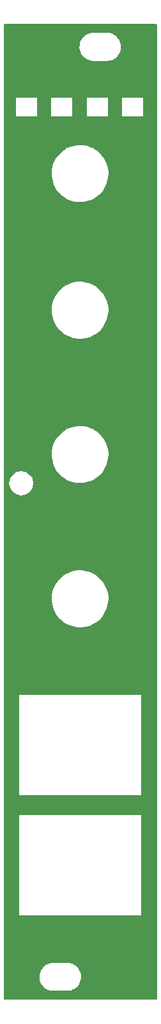
<source format=gbr>
%TF.GenerationSoftware,KiCad,Pcbnew,7.0.7*%
%TF.CreationDate,2023-08-25T17:49:50+01:00*%
%TF.ProjectId,L4O_Panel2,4c344f5f-5061-46e6-956c-322e6b696361,rev?*%
%TF.SameCoordinates,Original*%
%TF.FileFunction,Copper,L1,Top*%
%TF.FilePolarity,Positive*%
%FSLAX46Y46*%
G04 Gerber Fmt 4.6, Leading zero omitted, Abs format (unit mm)*
G04 Created by KiCad (PCBNEW 7.0.7) date 2023-08-25 17:49:50*
%MOMM*%
%LPD*%
G01*
G04 APERTURE LIST*
G04 APERTURE END LIST*
%TA.AperFunction,NonConductor*%
G36*
X69541621Y-34320502D02*
G01*
X69588114Y-34374158D01*
X69599500Y-34426500D01*
X69599500Y-162673500D01*
X69579498Y-162741621D01*
X69525842Y-162788114D01*
X69473500Y-162799500D01*
X49426500Y-162799500D01*
X49358379Y-162779498D01*
X49311886Y-162725842D01*
X49300500Y-162673500D01*
X49300500Y-159867765D01*
X54025788Y-159867765D01*
X54055412Y-160137014D01*
X54123928Y-160399090D01*
X54229869Y-160648389D01*
X54229870Y-160648390D01*
X54370982Y-160879610D01*
X54544255Y-161087820D01*
X54745998Y-161268582D01*
X54971910Y-161418044D01*
X55217176Y-161533020D01*
X55476569Y-161611060D01*
X55476572Y-161611060D01*
X55476574Y-161611061D01*
X55744557Y-161650500D01*
X55744561Y-161650500D01*
X57747633Y-161650500D01*
X57782363Y-161647957D01*
X57950156Y-161635677D01*
X57950160Y-161635676D01*
X57950161Y-161635676D01*
X58060665Y-161611060D01*
X58214553Y-161576780D01*
X58467558Y-161480014D01*
X58703777Y-161347441D01*
X58918177Y-161181888D01*
X59106186Y-160986881D01*
X59263799Y-160766579D01*
X59387656Y-160525675D01*
X59475118Y-160269305D01*
X59524319Y-160002933D01*
X59534212Y-159732235D01*
X59519338Y-159597058D01*
X59504587Y-159462985D01*
X59436071Y-159200909D01*
X59330130Y-158951610D01*
X59330130Y-158951609D01*
X59189018Y-158720390D01*
X59015745Y-158512180D01*
X59015741Y-158512177D01*
X59015740Y-158512175D01*
X58814012Y-158331427D01*
X58814002Y-158331418D01*
X58588090Y-158181956D01*
X58342824Y-158066980D01*
X58185392Y-158019615D01*
X58083425Y-157988938D01*
X57815442Y-157949500D01*
X57815439Y-157949500D01*
X55812369Y-157949500D01*
X55812367Y-157949500D01*
X55609839Y-157964323D01*
X55609838Y-157964323D01*
X55345456Y-158023217D01*
X55345441Y-158023222D01*
X55092441Y-158119986D01*
X54856229Y-158252555D01*
X54856225Y-158252557D01*
X54641818Y-158418116D01*
X54453815Y-158613117D01*
X54453810Y-158613123D01*
X54296203Y-158833417D01*
X54296196Y-158833427D01*
X54172343Y-159074324D01*
X54172342Y-159074327D01*
X54084883Y-159330689D01*
X54084880Y-159330702D01*
X54035681Y-159597058D01*
X54035680Y-159597069D01*
X54025788Y-159867765D01*
X49300500Y-159867765D01*
X49300500Y-151680500D01*
X51334415Y-151680500D01*
X51334458Y-151704998D01*
X51334458Y-151705000D01*
X51334459Y-151705000D01*
X51334500Y-151705099D01*
X51334617Y-151705383D01*
X51335000Y-151705541D01*
X51335002Y-151705539D01*
X51360014Y-151705524D01*
X51360014Y-151705528D01*
X51360158Y-151705500D01*
X67439842Y-151705500D01*
X67439985Y-151705528D01*
X67439986Y-151705524D01*
X67464997Y-151705539D01*
X67465000Y-151705541D01*
X67465383Y-151705383D01*
X67465500Y-151705099D01*
X67465541Y-151705000D01*
X67465540Y-151704998D01*
X67465541Y-151704998D01*
X67465584Y-151680500D01*
X67465500Y-151680072D01*
X67465500Y-138520157D01*
X67465528Y-138520014D01*
X67465524Y-138520014D01*
X67465539Y-138495002D01*
X67465541Y-138495000D01*
X67465383Y-138494617D01*
X67465099Y-138494500D01*
X67465000Y-138494459D01*
X67464999Y-138494459D01*
X67440048Y-138494459D01*
X67439842Y-138494500D01*
X51360158Y-138494500D01*
X51359952Y-138494459D01*
X51335001Y-138494459D01*
X51335000Y-138494459D01*
X51334901Y-138494500D01*
X51334617Y-138494617D01*
X51334459Y-138495000D01*
X51334476Y-138520014D01*
X51334471Y-138520014D01*
X51334500Y-138520157D01*
X51334500Y-151680072D01*
X51334415Y-151680500D01*
X49300500Y-151680500D01*
X49300500Y-135880500D01*
X51334415Y-135880500D01*
X51334458Y-135904998D01*
X51334458Y-135905000D01*
X51334459Y-135905000D01*
X51334500Y-135905099D01*
X51334617Y-135905383D01*
X51335000Y-135905541D01*
X51335002Y-135905539D01*
X51360014Y-135905524D01*
X51360014Y-135905528D01*
X51360158Y-135905500D01*
X67439842Y-135905500D01*
X67439985Y-135905528D01*
X67439986Y-135905524D01*
X67464997Y-135905539D01*
X67465000Y-135905541D01*
X67465383Y-135905383D01*
X67465500Y-135905099D01*
X67465541Y-135905000D01*
X67465540Y-135904998D01*
X67465541Y-135904998D01*
X67465584Y-135880500D01*
X67465500Y-135880072D01*
X67465500Y-122720157D01*
X67465528Y-122720014D01*
X67465524Y-122720014D01*
X67465539Y-122695002D01*
X67465541Y-122695000D01*
X67465383Y-122694617D01*
X67465099Y-122694500D01*
X67465000Y-122694459D01*
X67464999Y-122694459D01*
X67440048Y-122694459D01*
X67439842Y-122694500D01*
X51360158Y-122694500D01*
X51359952Y-122694459D01*
X51335001Y-122694459D01*
X51335000Y-122694459D01*
X51334901Y-122694500D01*
X51334617Y-122694617D01*
X51334459Y-122695000D01*
X51334476Y-122720014D01*
X51334471Y-122720014D01*
X51334500Y-122720157D01*
X51334500Y-135880072D01*
X51334415Y-135880500D01*
X49300500Y-135880500D01*
X49300500Y-109903303D01*
X55645765Y-109903303D01*
X55655721Y-110289827D01*
X55655721Y-110289830D01*
X55705368Y-110673292D01*
X55705368Y-110673293D01*
X55794175Y-111049594D01*
X55794177Y-111049602D01*
X55921210Y-111414794D01*
X56085118Y-111764988D01*
X56284165Y-112096473D01*
X56516241Y-112405734D01*
X56778885Y-112689495D01*
X57069314Y-112944745D01*
X57384449Y-113168781D01*
X57720949Y-113359227D01*
X58075247Y-113514065D01*
X58443588Y-113631652D01*
X58822067Y-113710743D01*
X59062280Y-113735574D01*
X59206670Y-113750500D01*
X59206673Y-113750500D01*
X59496580Y-113750500D01*
X59496589Y-113750500D01*
X59757186Y-113737066D01*
X59786143Y-113735574D01*
X59786149Y-113735573D01*
X59945576Y-113710743D01*
X60168191Y-113676072D01*
X60542097Y-113577602D01*
X60790256Y-113484049D01*
X60903881Y-113441215D01*
X60903885Y-113441212D01*
X60903896Y-113441209D01*
X61249754Y-113268338D01*
X61576004Y-113060822D01*
X61879187Y-112820860D01*
X62156091Y-112550997D01*
X62403779Y-112254092D01*
X62619627Y-111933294D01*
X62801346Y-111592002D01*
X62947009Y-111233834D01*
X63055074Y-110862587D01*
X63124394Y-110482197D01*
X63154234Y-110096696D01*
X63144278Y-109710169D01*
X63094633Y-109326715D01*
X63005823Y-108950398D01*
X62878790Y-108585206D01*
X62714882Y-108235012D01*
X62515835Y-107903527D01*
X62283759Y-107594266D01*
X62021115Y-107310505D01*
X61730686Y-107055255D01*
X61415551Y-106831219D01*
X61079051Y-106640773D01*
X61079048Y-106640772D01*
X61079047Y-106640771D01*
X60920524Y-106571492D01*
X60724753Y-106485935D01*
X60724750Y-106485934D01*
X60724749Y-106485933D01*
X60356417Y-106368349D01*
X59977936Y-106289257D01*
X59593330Y-106249500D01*
X59593327Y-106249500D01*
X59303411Y-106249500D01*
X59217691Y-106253918D01*
X59013856Y-106264425D01*
X59013850Y-106264426D01*
X58631810Y-106323927D01*
X58257906Y-106422396D01*
X58257904Y-106422397D01*
X57896118Y-106558784D01*
X57896098Y-106558793D01*
X57550253Y-106731658D01*
X57550247Y-106731661D01*
X57224006Y-106939170D01*
X57223991Y-106939181D01*
X56920814Y-107179138D01*
X56643909Y-107449003D01*
X56396219Y-107745909D01*
X56180377Y-108066698D01*
X56180365Y-108066720D01*
X55998658Y-108407988D01*
X55998654Y-108407998D01*
X55852992Y-108766163D01*
X55852987Y-108766178D01*
X55744926Y-109137412D01*
X55744926Y-109137413D01*
X55675606Y-109517803D01*
X55675606Y-109517806D01*
X55675604Y-109517821D01*
X55645765Y-109903303D01*
X49300500Y-109903303D01*
X49300500Y-94799999D01*
X50000000Y-94799999D01*
X50143026Y-95391728D01*
X50143026Y-95391729D01*
X50143027Y-95391730D01*
X50468618Y-95931383D01*
X51008934Y-96257659D01*
X51600001Y-96400000D01*
X52233528Y-96257644D01*
X52732200Y-95932199D01*
X53100524Y-95392178D01*
X53200001Y-94800000D01*
X53099442Y-94167143D01*
X52730810Y-93669191D01*
X52726397Y-93665934D01*
X52233225Y-93301963D01*
X52074918Y-93276472D01*
X51600000Y-93200000D01*
X51599998Y-93200000D01*
X51599997Y-93200000D01*
X51008939Y-93301229D01*
X51008938Y-93301230D01*
X50465935Y-93665933D01*
X50465932Y-93665937D01*
X50139507Y-94165682D01*
X50139505Y-94165686D01*
X50000000Y-94799999D01*
X49300500Y-94799999D01*
X49300500Y-90903303D01*
X55645765Y-90903303D01*
X55655721Y-91289827D01*
X55655721Y-91289830D01*
X55705368Y-91673292D01*
X55705368Y-91673293D01*
X55794175Y-92049594D01*
X55794177Y-92049602D01*
X55921210Y-92414794D01*
X56085118Y-92764988D01*
X56284165Y-93096473D01*
X56516241Y-93405734D01*
X56778885Y-93689495D01*
X57069314Y-93944745D01*
X57384449Y-94168781D01*
X57720949Y-94359227D01*
X58075247Y-94514065D01*
X58443588Y-94631652D01*
X58822067Y-94710743D01*
X59062280Y-94735574D01*
X59206670Y-94750500D01*
X59206673Y-94750500D01*
X59496580Y-94750500D01*
X59496589Y-94750500D01*
X59757186Y-94737066D01*
X59786143Y-94735574D01*
X59786149Y-94735573D01*
X59945576Y-94710743D01*
X60168191Y-94676072D01*
X60542097Y-94577602D01*
X60790256Y-94484049D01*
X60903881Y-94441215D01*
X60903885Y-94441212D01*
X60903896Y-94441209D01*
X61249754Y-94268338D01*
X61576004Y-94060822D01*
X61879187Y-93820860D01*
X62156091Y-93550997D01*
X62403779Y-93254092D01*
X62619627Y-92933294D01*
X62801346Y-92592002D01*
X62947009Y-92233834D01*
X63055074Y-91862587D01*
X63124394Y-91482197D01*
X63154234Y-91096696D01*
X63144278Y-90710169D01*
X63094633Y-90326715D01*
X63005823Y-89950398D01*
X62878790Y-89585206D01*
X62714882Y-89235012D01*
X62515835Y-88903527D01*
X62283759Y-88594266D01*
X62021115Y-88310505D01*
X61730686Y-88055255D01*
X61415551Y-87831219D01*
X61079051Y-87640773D01*
X61079048Y-87640772D01*
X61079047Y-87640771D01*
X60920524Y-87571492D01*
X60724753Y-87485935D01*
X60724750Y-87485934D01*
X60724749Y-87485933D01*
X60356417Y-87368349D01*
X59977936Y-87289257D01*
X59593330Y-87249500D01*
X59593327Y-87249500D01*
X59303411Y-87249500D01*
X59217691Y-87253918D01*
X59013856Y-87264425D01*
X59013850Y-87264426D01*
X58631810Y-87323927D01*
X58257906Y-87422396D01*
X58257904Y-87422397D01*
X57896118Y-87558784D01*
X57896098Y-87558793D01*
X57550253Y-87731658D01*
X57550247Y-87731661D01*
X57224006Y-87939170D01*
X57223991Y-87939181D01*
X56920814Y-88179138D01*
X56643909Y-88449003D01*
X56396219Y-88745909D01*
X56180377Y-89066698D01*
X56180365Y-89066720D01*
X55998658Y-89407988D01*
X55998654Y-89407998D01*
X55852992Y-89766163D01*
X55852987Y-89766178D01*
X55744926Y-90137412D01*
X55744926Y-90137413D01*
X55675606Y-90517803D01*
X55675606Y-90517806D01*
X55675604Y-90517821D01*
X55645765Y-90903303D01*
X49300500Y-90903303D01*
X49300500Y-71903303D01*
X55645765Y-71903303D01*
X55655721Y-72289827D01*
X55655721Y-72289830D01*
X55705368Y-72673292D01*
X55705368Y-72673293D01*
X55794175Y-73049594D01*
X55794177Y-73049602D01*
X55921210Y-73414794D01*
X56085118Y-73764988D01*
X56284165Y-74096473D01*
X56516241Y-74405734D01*
X56778885Y-74689495D01*
X57069314Y-74944745D01*
X57384449Y-75168781D01*
X57720949Y-75359227D01*
X58075247Y-75514065D01*
X58443588Y-75631652D01*
X58822067Y-75710743D01*
X59062280Y-75735574D01*
X59206670Y-75750500D01*
X59206673Y-75750500D01*
X59496580Y-75750500D01*
X59496589Y-75750500D01*
X59757186Y-75737066D01*
X59786143Y-75735574D01*
X59786149Y-75735573D01*
X59945576Y-75710743D01*
X60168191Y-75676072D01*
X60542097Y-75577602D01*
X60790256Y-75484049D01*
X60903881Y-75441215D01*
X60903885Y-75441212D01*
X60903896Y-75441209D01*
X61249754Y-75268338D01*
X61576004Y-75060822D01*
X61879187Y-74820860D01*
X62156091Y-74550997D01*
X62403779Y-74254092D01*
X62619627Y-73933294D01*
X62801346Y-73592002D01*
X62947009Y-73233834D01*
X63055074Y-72862587D01*
X63124394Y-72482197D01*
X63154234Y-72096696D01*
X63144278Y-71710169D01*
X63094633Y-71326715D01*
X63005823Y-70950398D01*
X62878790Y-70585206D01*
X62714882Y-70235012D01*
X62515835Y-69903527D01*
X62283759Y-69594266D01*
X62021115Y-69310505D01*
X61730686Y-69055255D01*
X61415551Y-68831219D01*
X61079051Y-68640773D01*
X61079048Y-68640772D01*
X61079047Y-68640771D01*
X60920524Y-68571492D01*
X60724753Y-68485935D01*
X60724750Y-68485934D01*
X60724749Y-68485933D01*
X60356417Y-68368349D01*
X59977936Y-68289257D01*
X59593330Y-68249500D01*
X59593327Y-68249500D01*
X59303411Y-68249500D01*
X59217691Y-68253918D01*
X59013856Y-68264425D01*
X59013850Y-68264426D01*
X58631810Y-68323927D01*
X58257906Y-68422396D01*
X58257904Y-68422397D01*
X57896118Y-68558784D01*
X57896098Y-68558793D01*
X57550253Y-68731658D01*
X57550247Y-68731661D01*
X57224006Y-68939170D01*
X57223991Y-68939181D01*
X56920814Y-69179138D01*
X56643909Y-69449003D01*
X56396219Y-69745909D01*
X56180377Y-70066698D01*
X56180365Y-70066720D01*
X55998658Y-70407988D01*
X55998654Y-70407998D01*
X55852992Y-70766163D01*
X55852987Y-70766178D01*
X55744926Y-71137412D01*
X55744926Y-71137413D01*
X55675606Y-71517803D01*
X55675606Y-71517806D01*
X55675604Y-71517821D01*
X55645765Y-71903303D01*
X49300500Y-71903303D01*
X49300500Y-53903303D01*
X55645765Y-53903303D01*
X55655721Y-54289827D01*
X55655721Y-54289830D01*
X55705368Y-54673292D01*
X55705368Y-54673293D01*
X55794175Y-55049594D01*
X55794177Y-55049602D01*
X55921210Y-55414794D01*
X56085118Y-55764988D01*
X56284165Y-56096473D01*
X56516241Y-56405734D01*
X56778885Y-56689495D01*
X57069314Y-56944745D01*
X57384449Y-57168781D01*
X57720949Y-57359227D01*
X58075247Y-57514065D01*
X58443588Y-57631652D01*
X58822067Y-57710743D01*
X59062280Y-57735574D01*
X59206670Y-57750500D01*
X59206673Y-57750500D01*
X59496580Y-57750500D01*
X59496589Y-57750500D01*
X59757186Y-57737066D01*
X59786143Y-57735574D01*
X59786149Y-57735573D01*
X59945576Y-57710743D01*
X60168191Y-57676072D01*
X60542097Y-57577602D01*
X60790256Y-57484049D01*
X60903881Y-57441215D01*
X60903885Y-57441212D01*
X60903896Y-57441209D01*
X61249754Y-57268338D01*
X61576004Y-57060822D01*
X61879187Y-56820860D01*
X62156091Y-56550997D01*
X62403779Y-56254092D01*
X62619627Y-55933294D01*
X62801346Y-55592002D01*
X62947009Y-55233834D01*
X63055074Y-54862587D01*
X63124394Y-54482197D01*
X63154234Y-54096696D01*
X63144278Y-53710169D01*
X63094633Y-53326715D01*
X63005823Y-52950398D01*
X62878790Y-52585206D01*
X62714882Y-52235012D01*
X62515835Y-51903527D01*
X62283759Y-51594266D01*
X62021115Y-51310505D01*
X61730686Y-51055255D01*
X61415551Y-50831219D01*
X61079051Y-50640773D01*
X61079048Y-50640772D01*
X61079047Y-50640771D01*
X60920524Y-50571492D01*
X60724753Y-50485935D01*
X60724750Y-50485934D01*
X60724749Y-50485933D01*
X60356417Y-50368349D01*
X59977936Y-50289257D01*
X59593330Y-50249500D01*
X59593327Y-50249500D01*
X59303411Y-50249500D01*
X59217691Y-50253918D01*
X59013856Y-50264425D01*
X59013850Y-50264426D01*
X58631810Y-50323927D01*
X58257906Y-50422396D01*
X58257904Y-50422397D01*
X57896118Y-50558784D01*
X57896098Y-50558793D01*
X57550253Y-50731658D01*
X57550247Y-50731661D01*
X57224006Y-50939170D01*
X57223991Y-50939181D01*
X56920814Y-51179138D01*
X56643909Y-51449003D01*
X56396219Y-51745909D01*
X56180377Y-52066698D01*
X56180365Y-52066720D01*
X55998658Y-52407988D01*
X55998654Y-52407998D01*
X55852992Y-52766163D01*
X55852987Y-52766178D01*
X55744926Y-53137412D01*
X55744926Y-53137413D01*
X55675606Y-53517803D01*
X55675606Y-53517806D01*
X55675604Y-53517821D01*
X55645765Y-53903303D01*
X49300500Y-53903303D01*
X49300500Y-44000000D01*
X50900000Y-44000000D01*
X50900000Y-46500000D01*
X53700000Y-46500000D01*
X53700000Y-44000000D01*
X55600000Y-44000000D01*
X55600000Y-46500000D01*
X58400000Y-46500000D01*
X58400000Y-44000000D01*
X60300000Y-44000000D01*
X60300000Y-46500000D01*
X63100000Y-46500000D01*
X63100000Y-44000000D01*
X65000000Y-44000000D01*
X65000000Y-46500000D01*
X67800000Y-46500000D01*
X67800000Y-44000000D01*
X65000000Y-44000000D01*
X63100000Y-44000000D01*
X60300000Y-44000000D01*
X58400000Y-44000000D01*
X55600000Y-44000000D01*
X53700000Y-44000000D01*
X50900000Y-44000000D01*
X49300500Y-44000000D01*
X49300500Y-37367765D01*
X59325788Y-37367765D01*
X59355412Y-37637014D01*
X59423928Y-37899090D01*
X59529869Y-38148389D01*
X59529870Y-38148390D01*
X59670982Y-38379610D01*
X59844255Y-38587820D01*
X60045998Y-38768582D01*
X60271910Y-38918044D01*
X60517176Y-39033020D01*
X60776569Y-39111060D01*
X60776572Y-39111060D01*
X60776574Y-39111061D01*
X61044557Y-39150500D01*
X61044561Y-39150500D01*
X63047633Y-39150500D01*
X63082363Y-39147957D01*
X63250156Y-39135677D01*
X63250160Y-39135676D01*
X63250161Y-39135676D01*
X63360665Y-39111060D01*
X63514553Y-39076780D01*
X63767558Y-38980014D01*
X64003777Y-38847441D01*
X64218177Y-38681888D01*
X64406186Y-38486881D01*
X64563799Y-38266579D01*
X64687656Y-38025675D01*
X64775118Y-37769305D01*
X64824319Y-37502933D01*
X64834212Y-37232235D01*
X64819338Y-37097058D01*
X64804587Y-36962985D01*
X64736071Y-36700909D01*
X64630130Y-36451610D01*
X64630130Y-36451609D01*
X64489018Y-36220390D01*
X64315745Y-36012180D01*
X64315741Y-36012177D01*
X64315740Y-36012175D01*
X64114012Y-35831427D01*
X64114002Y-35831418D01*
X63888090Y-35681956D01*
X63642824Y-35566980D01*
X63485392Y-35519615D01*
X63383425Y-35488938D01*
X63115442Y-35449500D01*
X63115439Y-35449500D01*
X61112369Y-35449500D01*
X61112367Y-35449500D01*
X60909839Y-35464323D01*
X60909838Y-35464323D01*
X60645456Y-35523217D01*
X60645441Y-35523222D01*
X60392441Y-35619986D01*
X60156229Y-35752555D01*
X60156225Y-35752557D01*
X59941818Y-35918116D01*
X59753815Y-36113117D01*
X59753810Y-36113123D01*
X59596203Y-36333417D01*
X59596196Y-36333427D01*
X59472343Y-36574324D01*
X59472342Y-36574327D01*
X59384883Y-36830689D01*
X59384880Y-36830702D01*
X59335681Y-37097058D01*
X59335680Y-37097069D01*
X59325788Y-37367765D01*
X49300500Y-37367765D01*
X49300500Y-34426500D01*
X49320502Y-34358379D01*
X49374158Y-34311886D01*
X49426500Y-34300500D01*
X69473500Y-34300500D01*
X69541621Y-34320502D01*
G37*
%TD.AperFunction*%
M02*

</source>
